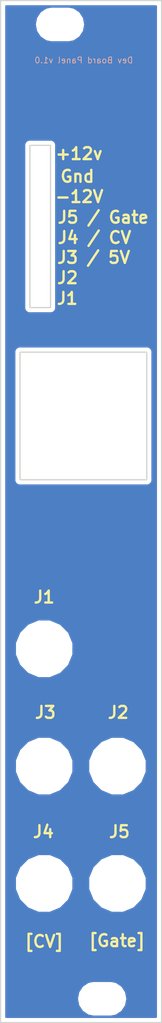
<source format=kicad_pcb>
(kicad_pcb (version 20171130) (host pcbnew "(5.0.1)-4")

  (general
    (thickness 1.6)
    (drawings 36)
    (tracks 0)
    (zones 0)
    (modules 7)
    (nets 1)
  )

  (page A4)
  (layers
    (0 F.Cu signal)
    (31 B.Cu signal)
    (32 B.Adhes user)
    (33 F.Adhes user)
    (34 B.Paste user)
    (35 F.Paste user)
    (36 B.SilkS user)
    (37 F.SilkS user)
    (38 B.Mask user)
    (39 F.Mask user)
    (40 Dwgs.User user)
    (41 Cmts.User user)
    (42 Eco1.User user hide)
    (43 Eco2.User user)
    (44 Edge.Cuts user)
    (45 Margin user)
    (46 B.CrtYd user)
    (47 F.CrtYd user)
    (48 B.Fab user)
    (49 F.Fab user)
  )

  (setup
    (last_trace_width 0.25)
    (trace_clearance 0.2)
    (zone_clearance 0.508)
    (zone_45_only no)
    (trace_min 0.2)
    (segment_width 0.2)
    (edge_width 0.15)
    (via_size 0.8)
    (via_drill 0.4)
    (via_min_size 0.4)
    (via_min_drill 0.3)
    (uvia_size 0.3)
    (uvia_drill 0.1)
    (uvias_allowed no)
    (uvia_min_size 0.2)
    (uvia_min_drill 0.1)
    (pcb_text_width 0.3)
    (pcb_text_size 1.5 1.5)
    (mod_edge_width 0.15)
    (mod_text_size 1 1)
    (mod_text_width 0.15)
    (pad_size 5 3.2)
    (pad_drill 5)
    (pad_to_mask_clearance 0.051)
    (solder_mask_min_width 0.25)
    (aux_axis_origin 0 0)
    (visible_elements 7FF9F7FF)
    (pcbplotparams
      (layerselection 0x010f0_ffffffff)
      (usegerberextensions false)
      (usegerberattributes false)
      (usegerberadvancedattributes false)
      (creategerberjobfile false)
      (excludeedgelayer true)
      (linewidth 0.100000)
      (plotframeref false)
      (viasonmask false)
      (mode 1)
      (useauxorigin false)
      (hpglpennumber 1)
      (hpglpenspeed 20)
      (hpglpendiameter 15.000000)
      (psnegative false)
      (psa4output false)
      (plotreference true)
      (plotvalue true)
      (plotinvisibletext false)
      (padsonsilk false)
      (subtractmaskfromsilk false)
      (outputformat 1)
      (mirror false)
      (drillshape 0)
      (scaleselection 1)
      (outputdirectory "DevBoard_Panel_Gerbers/"))
  )

  (net 0 "")

  (net_class Default "This is the default net class."
    (clearance 0.2)
    (trace_width 0.25)
    (via_dia 0.8)
    (via_drill 0.4)
    (uvia_dia 0.3)
    (uvia_drill 0.1)
  )

  (module Custom_Footprints:Thonkiconn_Socket_6.1mm (layer F.Cu) (tedit 5C0560E1) (tstamp 5BF97353)
    (at 55.5 131.5)
    (descr "Mounting Hole 6mm, no annular")
    (tags "mounting hole 6mm no annular")
    (fp_text reference "" (at 0 -7) (layer F.SilkS) hide
      (effects (font (size 1 1) (thickness 0.15)))
    )
    (fp_text value Thonkiconn_Socket_6.1mm (at 0 5.825) (layer F.Fab)
      (effects (font (size 1 1) (thickness 0.15)))
    )
    (fp_circle (center 0 0) (end 4.5 0) (layer F.CrtYd) (width 0.05))
    (pad "" np_thru_hole circle (at 0 0) (size 6.1 6.1) (drill 6.1) (layers *.Cu *.Mask F.SilkS))
  )

  (module Custom_Footprints:Thonkiconn_Socket_6.1mm (layer F.Cu) (tedit 5C0560E1) (tstamp 5BF9736D)
    (at 55.5 146.3)
    (descr "Mounting Hole 6mm, no annular")
    (tags "mounting hole 6mm no annular")
    (fp_text reference "" (at 0 -7) (layer F.SilkS) hide
      (effects (font (size 1 1) (thickness 0.15)))
    )
    (fp_text value Thonkiconn_Socket_6.1mm (at 0 5.825) (layer F.Fab)
      (effects (font (size 1 1) (thickness 0.15)))
    )
    (fp_circle (center 0 0) (end 4.5 0) (layer F.CrtYd) (width 0.05))
    (pad "" np_thru_hole circle (at 0 0) (size 6.1 6.1) (drill 6.1) (layers *.Cu *.Mask F.SilkS))
  )

  (module Custom_Footprints:Thonkiconn_Socket_6.1mm (layer F.Cu) (tedit 5C0560E1) (tstamp 5BF9737A)
    (at 55.5 161)
    (descr "Mounting Hole 6mm, no annular")
    (tags "mounting hole 6mm no annular")
    (fp_text reference "" (at 0 -7) (layer F.SilkS) hide
      (effects (font (size 1 1) (thickness 0.15)))
    )
    (fp_text value Thonkiconn_Socket_6.1mm (at 0 5.825) (layer F.Fab)
      (effects (font (size 1 1) (thickness 0.15)))
    )
    (fp_circle (center 0 0) (end 4.5 0) (layer F.CrtYd) (width 0.05))
    (pad "" np_thru_hole circle (at 0 0) (size 6.1 6.1) (drill 6.1) (layers *.Cu *.Mask F.SilkS))
  )

  (module Custom_Footprints:Thonkiconn_Socket_6.1mm (layer F.Cu) (tedit 5C0560E1) (tstamp 5BF97387)
    (at 64.75 146.25)
    (descr "Mounting Hole 6mm, no annular")
    (tags "mounting hole 6mm no annular")
    (fp_text reference "" (at 0 -7) (layer F.SilkS) hide
      (effects (font (size 1 1) (thickness 0.15)))
    )
    (fp_text value Thonkiconn_Socket_6.1mm (at 0 5.825) (layer F.Fab)
      (effects (font (size 1 1) (thickness 0.15)))
    )
    (fp_circle (center 0 0) (end 4.5 0) (layer F.CrtYd) (width 0.05))
    (pad "" np_thru_hole circle (at 0 0) (size 6.1 6.1) (drill 6.1) (layers *.Cu *.Mask F.SilkS))
  )

  (module Custom_Footprints:Thonkiconn_Socket_6.1mm (layer F.Cu) (tedit 5C0560E1) (tstamp 5BF97394)
    (at 64.75 161)
    (descr "Mounting Hole 6mm, no annular")
    (tags "mounting hole 6mm no annular")
    (fp_text reference "" (at 0 -7) (layer F.SilkS) hide
      (effects (font (size 1 1) (thickness 0.15)))
    )
    (fp_text value Thonkiconn_Socket_6.1mm (at 0 5.825) (layer F.Fab)
      (effects (font (size 1 1) (thickness 0.15)))
    )
    (fp_circle (center 0 0) (end 4.5 0) (layer F.CrtYd) (width 0.05))
    (pad "" np_thru_hole circle (at 0 0) (size 6.1 6.1) (drill 6.1) (layers *.Cu *.Mask F.SilkS))
  )

  (module PlayDice:Oval_Mounting_Hole (layer F.Cu) (tedit 5BF49B39) (tstamp 5BF97E36)
    (at 57.5 53)
    (descr "Mounting Hole 6mm, no annular")
    (tags "mounting hole 6mm no annular")
    (fp_text reference Ref** (at 0 -3.5) (layer F.SilkS) hide
      (effects (font (size 1 1) (thickness 0.15)))
    )
    (fp_text value Oval_Mounting_Hole (at 0 3.5) (layer F.Fab)
      (effects (font (size 1 1) (thickness 0.15)))
    )
    (fp_circle (center 0 0) (end 1.54 0) (layer Cmts.User) (width 0.15))
    (fp_circle (center 0 0) (end 2 0) (layer F.CrtYd) (width 0.05))
    (pad "" np_thru_hole oval (at 0 0) (size 5 3.2) (drill oval 5 3.2) (layers *.Cu *.Mask))
  )

  (module PlayDice:Oval_Mounting_Hole (layer F.Cu) (tedit 5BF49B39) (tstamp 5BF97E9A)
    (at 62.82 175.5)
    (descr "Mounting Hole 6mm, no annular")
    (tags "mounting hole 6mm no annular")
    (fp_text reference Ref** (at 0 -3.5) (layer F.SilkS) hide
      (effects (font (size 1 1) (thickness 0.15)))
    )
    (fp_text value Oval_Mounting_Hole (at 0 3.5) (layer F.Fab)
      (effects (font (size 1 1) (thickness 0.15)))
    )
    (fp_circle (center 0 0) (end 1.54 0) (layer Cmts.User) (width 0.15))
    (fp_circle (center 0 0) (end 2 0) (layer F.CrtYd) (width 0.05))
    (pad "" np_thru_hole oval (at 0 0) (size 5 3.2) (drill oval 5 3.2) (layers *.Cu *.Mask))
  )

  (gr_text [Gate] (at 64.7 168.2) (layer F.SilkS) (tstamp 5C0543E2)
    (effects (font (size 1.5 1.5) (thickness 0.3)))
  )
  (gr_text [CV] (at 55.5 168.3) (layer F.SilkS) (tstamp 5C0543D7)
    (effects (font (size 1.5 1.5) (thickness 0.3)))
  )
  (gr_text "Dev Board Panel v1.0" (at 60.5 57.5) (layer B.SilkS)
    (effects (font (size 0.75 0.75) (thickness 0.1)) (justify mirror))
  )
  (gr_text J5 (at 65 154.5) (layer F.SilkS)
    (effects (font (size 1.5 1.5) (thickness 0.3)))
  )
  (gr_text J4 (at 55.4 154.5) (layer F.SilkS)
    (effects (font (size 1.5 1.5) (thickness 0.3)))
  )
  (gr_text J2 (at 64.85 139.5) (layer F.SilkS)
    (effects (font (size 1.5 1.5) (thickness 0.3)))
  )
  (gr_text J3 (at 55.65 139.5) (layer F.SilkS)
    (effects (font (size 1.5 1.5) (thickness 0.3)))
  )
  (gr_text J1 (at 55.5 125) (layer F.SilkS)
    (effects (font (size 1.5 1.5) (thickness 0.3)))
  )
  (gr_text J1 (at 58.42 87.45) (layer F.SilkS)
    (effects (font (size 1.5 1.5) (thickness 0.3)))
  )
  (gr_text J2 (at 58.45 84.85) (layer F.SilkS)
    (effects (font (size 1.5 1.5) (thickness 0.3)))
  )
  (gr_text "J3 / 5V" (at 61.75 82.3) (layer F.SilkS)
    (effects (font (size 1.5 1.5) (thickness 0.3)))
  )
  (gr_text "J4 / CV" (at 61.85 79.8) (layer F.SilkS)
    (effects (font (size 1.5 1.5) (thickness 0.3)))
  )
  (gr_text "J5 / Gate" (at 62.95 77.25) (layer F.SilkS)
    (effects (font (size 1.5 1.5) (thickness 0.3)))
  )
  (gr_text -12V (at 59.944 74.65) (layer F.SilkS)
    (effects (font (size 1.5 1.5) (thickness 0.3)))
  )
  (gr_text Gnd (at 59.69 72.1) (layer F.SilkS)
    (effects (font (size 1.5 1.5) (thickness 0.3)))
  )
  (gr_text +12v (at 59.9 69.25) (layer F.SilkS)
    (effects (font (size 1.5 1.5) (thickness 0.3)))
  )
  (gr_line (start 52.45 94.2) (end 52.45 110.2) (layer Edge.Cuts) (width 0.15))
  (gr_line (start 52.45 110.25) (end 68.45 110.25) (layer Edge.Cuts) (width 0.15))
  (gr_line (start 68.45 94.2) (end 68.45 110.2) (layer Edge.Cuts) (width 0.15))
  (gr_line (start 52.45 94.2) (end 68.45 94.2) (layer Edge.Cuts) (width 0.15))
  (gr_line (start 53.7 88.6) (end 53.7 68.2) (layer Edge.Cuts) (width 0.15))
  (gr_line (start 56.3 88.6) (end 53.7 88.6) (layer Edge.Cuts) (width 0.15))
  (gr_line (start 56.3 68.2) (end 56.3 88.6) (layer Edge.Cuts) (width 0.15))
  (gr_line (start 53.7 68.2) (end 56.3 68.2) (layer Edge.Cuts) (width 0.15))
  (gr_line (start 50 178.5) (end 50 50) (layer Edge.Cuts) (width 0.15))
  (gr_line (start 70.32 178.5) (end 50 178.5) (layer Edge.Cuts) (width 0.15))
  (gr_line (start 70.32 50) (end 70.32 178.5) (layer Edge.Cuts) (width 0.15))
  (gr_line (start 50 50) (end 70.32 50) (layer Edge.Cuts) (width 0.15))
  (gr_line (start 69.5 59.25) (end 69.5 169.25) (layer Eco1.User) (width 0.2) (tstamp 5BF8619D))
  (gr_line (start 50.7015 59.25) (end 50.7015 169.25) (layer Eco1.User) (width 0.2) (tstamp 5BF8619C))
  (gr_line (start 50.7015 59.25) (end 69.5 59.25) (layer Eco1.User) (width 0.2) (tstamp 5BF8619B))
  (gr_line (start 50.7015 169.25) (end 69.5 169.25) (layer Eco1.User) (width 0.2) (tstamp 5BF8619A))
  (gr_line (start 50 50) (end 50 178.5) (layer Eco1.User) (width 0.2))
  (gr_line (start 50 178.5) (end 70.32 178.5) (layer Eco1.User) (width 0.2))
  (gr_line (start 70.32 50) (end 70.32 178.5) (layer Eco1.User) (width 0.2))
  (gr_line (start 50 50) (end 70.32 50) (layer Eco1.User) (width 0.2))

  (zone (net 0) (net_name "") (layer B.Cu) (tstamp 5C055578) (hatch edge 0.508)
    (connect_pads (clearance 0.508))
    (min_thickness 0.254)
    (fill yes (arc_segments 16) (thermal_gap 0.508) (thermal_bridge_width 0.508))
    (polygon
      (pts
        (xy 50.2 50.2) (xy 70.1 50.3) (xy 70.2 178.4) (xy 50.2 178.3)
      )
    )
    (filled_polygon
      (pts
        (xy 69.610001 177.79) (xy 50.71 177.79) (xy 50.71 175.5) (xy 59.641214 175.5) (xy 59.814676 176.372054)
        (xy 60.308655 177.111345) (xy 61.047946 177.605324) (xy 61.699872 177.735) (xy 63.940128 177.735) (xy 64.592054 177.605324)
        (xy 65.331345 177.111345) (xy 65.825324 176.372054) (xy 65.998786 175.5) (xy 65.825324 174.627946) (xy 65.331345 173.888655)
        (xy 64.592054 173.394676) (xy 63.940128 173.265) (xy 61.699872 173.265) (xy 61.047946 173.394676) (xy 60.308655 173.888655)
        (xy 59.814676 174.627946) (xy 59.641214 175.5) (xy 50.71 175.5) (xy 50.71 161.712854) (xy 51.811052 161.712854)
        (xy 51.815 161.722535) (xy 51.815 161.732992) (xy 52.091686 162.40097) (xy 52.364654 163.070291) (xy 52.375898 163.087119)
        (xy 52.376008 163.087385) (xy 52.376212 163.087589) (xy 52.387455 163.104416) (xy 52.407883 163.11926) (xy 53.38074 164.092117)
        (xy 53.395584 164.112545) (xy 53.405222 164.116599) (xy 53.412615 164.123992) (xy 54.080532 164.400652) (xy 54.746892 164.680941)
        (xy 54.757347 164.680998) (xy 54.767008 164.685) (xy 55.490034 164.685) (xy 56.212854 164.688948) (xy 56.222535 164.685)
        (xy 56.232992 164.685) (xy 56.90097 164.408314) (xy 57.570291 164.135346) (xy 57.587119 164.124102) (xy 57.587385 164.123992)
        (xy 57.587589 164.123788) (xy 57.604416 164.112545) (xy 57.61926 164.092117) (xy 58.592117 163.11926) (xy 58.612545 163.104416)
        (xy 58.616599 163.094778) (xy 58.623992 163.087385) (xy 58.900652 162.419468) (xy 59.180941 161.753108) (xy 59.180998 161.742653)
        (xy 59.185 161.732992) (xy 59.185 161.712854) (xy 61.061052 161.712854) (xy 61.065 161.722535) (xy 61.065 161.732992)
        (xy 61.341686 162.40097) (xy 61.614654 163.070291) (xy 61.625898 163.087119) (xy 61.626008 163.087385) (xy 61.626212 163.087589)
        (xy 61.637455 163.104416) (xy 61.657883 163.11926) (xy 62.63074 164.092117) (xy 62.645584 164.112545) (xy 62.655222 164.116599)
        (xy 62.662615 164.123992) (xy 63.330532 164.400652) (xy 63.996892 164.680941) (xy 64.007347 164.680998) (xy 64.017008 164.685)
        (xy 64.740034 164.685) (xy 65.462854 164.688948) (xy 65.472535 164.685) (xy 65.482992 164.685) (xy 66.15097 164.408314)
        (xy 66.820291 164.135346) (xy 66.837119 164.124102) (xy 66.837385 164.123992) (xy 66.837589 164.123788) (xy 66.854416 164.112545)
        (xy 66.86926 164.092117) (xy 67.842117 163.11926) (xy 67.862545 163.104416) (xy 67.866599 163.094778) (xy 67.873992 163.087385)
        (xy 68.150652 162.419468) (xy 68.430941 161.753108) (xy 68.430998 161.742653) (xy 68.435 161.732992) (xy 68.435 161.009966)
        (xy 68.438948 160.287146) (xy 68.435 160.277465) (xy 68.435 160.267008) (xy 68.158314 159.59903) (xy 67.885346 158.929709)
        (xy 67.874102 158.912881) (xy 67.873992 158.912615) (xy 67.873788 158.912411) (xy 67.862545 158.895584) (xy 67.842117 158.88074)
        (xy 66.86926 157.907883) (xy 66.854416 157.887455) (xy 66.844778 157.883401) (xy 66.837385 157.876008) (xy 66.169468 157.599348)
        (xy 65.503108 157.319059) (xy 65.492653 157.319002) (xy 65.482992 157.315) (xy 64.759966 157.315) (xy 64.037146 157.311052)
        (xy 64.027465 157.315) (xy 64.017008 157.315) (xy 63.34903 157.591686) (xy 62.679709 157.864654) (xy 62.662881 157.875898)
        (xy 62.662615 157.876008) (xy 62.662411 157.876212) (xy 62.645584 157.887455) (xy 62.63074 157.907883) (xy 61.657883 158.88074)
        (xy 61.637455 158.895584) (xy 61.633401 158.905222) (xy 61.626008 158.912615) (xy 61.349348 159.580532) (xy 61.069059 160.246892)
        (xy 61.069002 160.257347) (xy 61.065 160.267008) (xy 61.065 160.990034) (xy 61.061052 161.712854) (xy 59.185 161.712854)
        (xy 59.185 161.009966) (xy 59.188948 160.287146) (xy 59.185 160.277465) (xy 59.185 160.267008) (xy 58.908314 159.59903)
        (xy 58.635346 158.929709) (xy 58.624102 158.912881) (xy 58.623992 158.912615) (xy 58.623788 158.912411) (xy 58.612545 158.895584)
        (xy 58.592117 158.88074) (xy 57.61926 157.907883) (xy 57.604416 157.887455) (xy 57.594778 157.883401) (xy 57.587385 157.876008)
        (xy 56.919468 157.599348) (xy 56.253108 157.319059) (xy 56.242653 157.319002) (xy 56.232992 157.315) (xy 55.509966 157.315)
        (xy 54.787146 157.311052) (xy 54.777465 157.315) (xy 54.767008 157.315) (xy 54.09903 157.591686) (xy 53.429709 157.864654)
        (xy 53.412881 157.875898) (xy 53.412615 157.876008) (xy 53.412411 157.876212) (xy 53.395584 157.887455) (xy 53.38074 157.907883)
        (xy 52.407883 158.88074) (xy 52.387455 158.895584) (xy 52.383401 158.905222) (xy 52.376008 158.912615) (xy 52.099348 159.580532)
        (xy 51.819059 160.246892) (xy 51.819002 160.257347) (xy 51.815 160.267008) (xy 51.815 160.990034) (xy 51.811052 161.712854)
        (xy 50.71 161.712854) (xy 50.71 146.962854) (xy 51.811052 146.962854) (xy 51.815 146.972535) (xy 51.815 146.982992)
        (xy 52.091686 147.65097) (xy 52.364654 148.320291) (xy 52.375898 148.337119) (xy 52.376008 148.337385) (xy 52.376212 148.337589)
        (xy 52.387455 148.354416) (xy 52.407883 148.36926) (xy 53.38074 149.342117) (xy 53.395584 149.362545) (xy 53.405222 149.366599)
        (xy 53.412615 149.373992) (xy 54.080532 149.650652) (xy 54.746892 149.930941) (xy 54.757347 149.930998) (xy 54.767008 149.935)
        (xy 55.490034 149.935) (xy 56.212854 149.938948) (xy 56.222535 149.935) (xy 56.232992 149.935) (xy 56.90097 149.658314)
        (xy 57.570291 149.385346) (xy 57.587119 149.374102) (xy 57.587385 149.373992) (xy 57.587589 149.373788) (xy 57.604416 149.362545)
        (xy 57.61926 149.342117) (xy 58.592117 148.36926) (xy 58.612545 148.354416) (xy 58.616599 148.344778) (xy 58.623992 148.337385)
        (xy 58.900652 147.669468) (xy 59.180941 147.003108) (xy 59.180998 146.992653) (xy 59.185 146.982992) (xy 59.185 146.962854)
        (xy 61.061052 146.962854) (xy 61.065 146.972535) (xy 61.065 146.982992) (xy 61.341686 147.65097) (xy 61.614654 148.320291)
        (xy 61.625898 148.337119) (xy 61.626008 148.337385) (xy 61.626212 148.337589) (xy 61.637455 148.354416) (xy 61.657883 148.36926)
        (xy 62.63074 149.342117) (xy 62.645584 149.362545) (xy 62.655222 149.366599) (xy 62.662615 149.373992) (xy 63.330532 149.650652)
        (xy 63.996892 149.930941) (xy 64.007347 149.930998) (xy 64.017008 149.935) (xy 64.740034 149.935) (xy 65.462854 149.938948)
        (xy 65.472535 149.935) (xy 65.482992 149.935) (xy 66.15097 149.658314) (xy 66.820291 149.385346) (xy 66.837119 149.374102)
        (xy 66.837385 149.373992) (xy 66.837589 149.373788) (xy 66.854416 149.362545) (xy 66.86926 149.342117) (xy 67.842117 148.36926)
        (xy 67.862545 148.354416) (xy 67.866599 148.344778) (xy 67.873992 148.337385) (xy 68.150652 147.669468) (xy 68.430941 147.003108)
        (xy 68.430998 146.992653) (xy 68.435 146.982992) (xy 68.435 146.259966) (xy 68.438948 145.537146) (xy 68.435 145.527465)
        (xy 68.435 145.517008) (xy 68.158314 144.84903) (xy 67.885346 144.179709) (xy 67.874102 144.162881) (xy 67.873992 144.162615)
        (xy 67.873788 144.162411) (xy 67.862545 144.145584) (xy 67.842117 144.13074) (xy 66.86926 143.157883) (xy 66.854416 143.137455)
        (xy 66.844778 143.133401) (xy 66.837385 143.126008) (xy 66.169468 142.849348) (xy 65.503108 142.569059) (xy 65.492653 142.569002)
        (xy 65.482992 142.565) (xy 64.759966 142.565) (xy 64.037146 142.561052) (xy 64.027465 142.565) (xy 64.017008 142.565)
        (xy 63.34903 142.841686) (xy 62.679709 143.114654) (xy 62.662881 143.125898) (xy 62.662615 143.126008) (xy 62.662411 143.126212)
        (xy 62.645584 143.137455) (xy 62.63074 143.157883) (xy 61.657883 144.13074) (xy 61.637455 144.145584) (xy 61.633401 144.155222)
        (xy 61.626008 144.162615) (xy 61.349348 144.830532) (xy 61.069059 145.496892) (xy 61.069002 145.507347) (xy 61.065 145.517008)
        (xy 61.065 146.240034) (xy 61.061052 146.962854) (xy 59.185 146.962854) (xy 59.185 146.259966) (xy 59.188948 145.537146)
        (xy 59.185 145.527465) (xy 59.185 145.517008) (xy 58.908314 144.84903) (xy 58.635346 144.179709) (xy 58.624102 144.162881)
        (xy 58.623992 144.162615) (xy 58.623788 144.162411) (xy 58.612545 144.145584) (xy 58.592117 144.13074) (xy 57.61926 143.157883)
        (xy 57.604416 143.137455) (xy 57.594778 143.133401) (xy 57.587385 143.126008) (xy 56.919468 142.849348) (xy 56.253108 142.569059)
        (xy 56.242653 142.569002) (xy 56.232992 142.565) (xy 55.509966 142.565) (xy 54.787146 142.561052) (xy 54.777465 142.565)
        (xy 54.767008 142.565) (xy 54.09903 142.841686) (xy 53.429709 143.114654) (xy 53.412881 143.125898) (xy 53.412615 143.126008)
        (xy 53.412411 143.126212) (xy 53.395584 143.137455) (xy 53.38074 143.157883) (xy 52.407883 144.13074) (xy 52.387455 144.145584)
        (xy 52.383401 144.155222) (xy 52.376008 144.162615) (xy 52.099348 144.830532) (xy 51.819059 145.496892) (xy 51.819002 145.507347)
        (xy 51.815 145.517008) (xy 51.815 146.240034) (xy 51.811052 146.962854) (xy 50.71 146.962854) (xy 50.71 132.212854)
        (xy 51.811052 132.212854) (xy 51.815 132.222535) (xy 51.815 132.232992) (xy 52.091686 132.90097) (xy 52.364654 133.570291)
        (xy 52.375898 133.587119) (xy 52.376008 133.587385) (xy 52.376212 133.587589) (xy 52.387455 133.604416) (xy 52.407883 133.61926)
        (xy 53.38074 134.592117) (xy 53.395584 134.612545) (xy 53.405222 134.616599) (xy 53.412615 134.623992) (xy 54.080532 134.900652)
        (xy 54.746892 135.180941) (xy 54.757347 135.180998) (xy 54.767008 135.185) (xy 55.490034 135.185) (xy 56.212854 135.188948)
        (xy 56.222535 135.185) (xy 56.232992 135.185) (xy 56.90097 134.908314) (xy 57.570291 134.635346) (xy 57.587119 134.624102)
        (xy 57.587385 134.623992) (xy 57.587589 134.623788) (xy 57.604416 134.612545) (xy 57.61926 134.592117) (xy 58.592117 133.61926)
        (xy 58.612545 133.604416) (xy 58.616599 133.594778) (xy 58.623992 133.587385) (xy 58.900652 132.919468) (xy 59.180941 132.253108)
        (xy 59.180998 132.242653) (xy 59.185 132.232992) (xy 59.185 131.509966) (xy 59.188948 130.787146) (xy 59.185 130.777465)
        (xy 59.185 130.767008) (xy 58.908314 130.09903) (xy 58.635346 129.429709) (xy 58.624102 129.412881) (xy 58.623992 129.412615)
        (xy 58.623788 129.412411) (xy 58.612545 129.395584) (xy 58.592117 129.38074) (xy 57.61926 128.407883) (xy 57.604416 128.387455)
        (xy 57.594778 128.383401) (xy 57.587385 128.376008) (xy 56.919468 128.099348) (xy 56.253108 127.819059) (xy 56.242653 127.819002)
        (xy 56.232992 127.815) (xy 55.509966 127.815) (xy 54.787146 127.811052) (xy 54.777465 127.815) (xy 54.767008 127.815)
        (xy 54.09903 128.091686) (xy 53.429709 128.364654) (xy 53.412881 128.375898) (xy 53.412615 128.376008) (xy 53.412411 128.376212)
        (xy 53.395584 128.387455) (xy 53.38074 128.407883) (xy 52.407883 129.38074) (xy 52.387455 129.395584) (xy 52.383401 129.405222)
        (xy 52.376008 129.412615) (xy 52.099348 130.080532) (xy 51.819059 130.746892) (xy 51.819002 130.757347) (xy 51.815 130.767008)
        (xy 51.815 131.490034) (xy 51.811052 132.212854) (xy 50.71 132.212854) (xy 50.71 94.2) (xy 51.726091 94.2)
        (xy 51.74 94.269926) (xy 51.740001 110.180069) (xy 51.726091 110.25) (xy 51.781195 110.527028) (xy 51.938119 110.761881)
        (xy 52.172972 110.918805) (xy 52.380074 110.96) (xy 68.519926 110.96) (xy 68.727028 110.918805) (xy 68.961881 110.761881)
        (xy 69.066421 110.605426) (xy 69.089803 110.589803) (xy 69.117333 110.548601) (xy 69.127 110.5) (xy 69.127 110.485829)
        (xy 69.173909 110.25) (xy 69.16 110.180074) (xy 69.16 94.269926) (xy 69.173909 94.2) (xy 69.118805 93.922972)
        (xy 68.961881 93.688119) (xy 68.727028 93.531195) (xy 68.519926 93.49) (xy 68.519925 93.49) (xy 68.45 93.476091)
        (xy 68.380074 93.49) (xy 52.519925 93.49) (xy 52.45 93.476091) (xy 52.380074 93.49) (xy 52.172972 93.531195)
        (xy 51.938119 93.688119) (xy 51.781195 93.922972) (xy 51.726091 94.2) (xy 50.71 94.2) (xy 50.71 68.2)
        (xy 52.976091 68.2) (xy 52.990001 68.269931) (xy 52.99 88.530074) (xy 52.976091 88.6) (xy 53.031195 88.877028)
        (xy 53.188119 89.111881) (xy 53.422972 89.268805) (xy 53.7 89.323909) (xy 53.769925 89.31) (xy 56.230075 89.31)
        (xy 56.3 89.323909) (xy 56.577028 89.268805) (xy 56.811881 89.111881) (xy 56.968805 88.877028) (xy 57.01 88.669926)
        (xy 57.01 88.669925) (xy 57.023909 88.6) (xy 57.01 88.530074) (xy 57.01 68.269926) (xy 57.023909 68.2)
        (xy 56.968805 67.922972) (xy 56.811881 67.688119) (xy 56.577028 67.531195) (xy 56.369926 67.49) (xy 56.369925 67.49)
        (xy 56.3 67.476091) (xy 56.230074 67.49) (xy 53.769926 67.49) (xy 53.7 67.476091) (xy 53.630075 67.49)
        (xy 53.630074 67.49) (xy 53.422972 67.531195) (xy 53.188119 67.688119) (xy 53.031195 67.922972) (xy 52.976091 68.2)
        (xy 50.71 68.2) (xy 50.71 53) (xy 54.321214 53) (xy 54.494676 53.872054) (xy 54.988655 54.611345)
        (xy 55.727946 55.105324) (xy 56.379872 55.235) (xy 58.620128 55.235) (xy 59.272054 55.105324) (xy 60.011345 54.611345)
        (xy 60.505324 53.872054) (xy 60.678786 53) (xy 60.505324 52.127946) (xy 60.011345 51.388655) (xy 59.272054 50.894676)
        (xy 58.620128 50.765) (xy 56.379872 50.765) (xy 55.727946 50.894676) (xy 54.988655 51.388655) (xy 54.494676 52.127946)
        (xy 54.321214 53) (xy 50.71 53) (xy 50.71 50.71) (xy 69.61 50.71)
      )
    )
  )
  (zone (net 0) (net_name "") (layers F&B.Cu) (tstamp 0) (hatch edge 0.508)
    (connect_pads (clearance 0.508))
    (min_thickness 0.254)
    (keepout (tracks not_allowed) (vias not_allowed) (copperpour not_allowed))
    (fill (arc_segments 16) (thermal_gap 0.508) (thermal_bridge_width 0.508))
    (polygon
      (pts
        (xy 53.5 68) (xy 56.5 68) (xy 56.5 89) (xy 53.5 89)
      )
    )
  )
  (zone (net 0) (net_name "") (layers F&B.Cu) (tstamp 0) (hatch edge 0.508)
    (connect_pads (clearance 0.508))
    (min_thickness 0.254)
    (keepout (tracks not_allowed) (vias not_allowed) (copperpour not_allowed))
    (fill (arc_segments 16) (thermal_gap 0.508) (thermal_bridge_width 0.508))
    (polygon
      (pts
        (xy 52 94) (xy 69 94) (xy 69 110.5) (xy 52 110.5)
      )
    )
  )
  (zone (net 0) (net_name "") (layer F.Cu) (tstamp 5C055575) (hatch edge 0.508)
    (connect_pads (clearance 0.508))
    (min_thickness 0.254)
    (fill yes (arc_segments 16) (thermal_gap 0.508) (thermal_bridge_width 0.508))
    (polygon
      (pts
        (xy 70.25 50) (xy 50 50) (xy 50 178.5) (xy 70.25 178.5)
      )
    )
    (filled_polygon
      (pts
        (xy 69.610001 177.79) (xy 50.71 177.79) (xy 50.71 175.5) (xy 59.641214 175.5) (xy 59.814676 176.372054)
        (xy 60.308655 177.111345) (xy 61.047946 177.605324) (xy 61.699872 177.735) (xy 63.940128 177.735) (xy 64.592054 177.605324)
        (xy 65.331345 177.111345) (xy 65.825324 176.372054) (xy 65.998786 175.5) (xy 65.825324 174.627946) (xy 65.331345 173.888655)
        (xy 64.592054 173.394676) (xy 63.940128 173.265) (xy 61.699872 173.265) (xy 61.047946 173.394676) (xy 60.308655 173.888655)
        (xy 59.814676 174.627946) (xy 59.641214 175.5) (xy 50.71 175.5) (xy 50.71 161.712854) (xy 51.811052 161.712854)
        (xy 51.815 161.722535) (xy 51.815 161.732992) (xy 52.091686 162.40097) (xy 52.364654 163.070291) (xy 52.375898 163.087119)
        (xy 52.376008 163.087385) (xy 52.376212 163.087589) (xy 52.387455 163.104416) (xy 52.407883 163.11926) (xy 53.38074 164.092117)
        (xy 53.395584 164.112545) (xy 53.405222 164.116599) (xy 53.412615 164.123992) (xy 54.080532 164.400652) (xy 54.746892 164.680941)
        (xy 54.757347 164.680998) (xy 54.767008 164.685) (xy 55.490034 164.685) (xy 56.212854 164.688948) (xy 56.222535 164.685)
        (xy 56.232992 164.685) (xy 56.90097 164.408314) (xy 57.570291 164.135346) (xy 57.587119 164.124102) (xy 57.587385 164.123992)
        (xy 57.587589 164.123788) (xy 57.604416 164.112545) (xy 57.61926 164.092117) (xy 58.592117 163.11926) (xy 58.612545 163.104416)
        (xy 58.616599 163.094778) (xy 58.623992 163.087385) (xy 58.900652 162.419468) (xy 59.180941 161.753108) (xy 59.180998 161.742653)
        (xy 59.185 161.732992) (xy 59.185 161.712854) (xy 61.061052 161.712854) (xy 61.065 161.722535) (xy 61.065 161.732992)
        (xy 61.341686 162.40097) (xy 61.614654 163.070291) (xy 61.625898 163.087119) (xy 61.626008 163.087385) (xy 61.626212 163.087589)
        (xy 61.637455 163.104416) (xy 61.657883 163.11926) (xy 62.63074 164.092117) (xy 62.645584 164.112545) (xy 62.655222 164.116599)
        (xy 62.662615 164.123992) (xy 63.330532 164.400652) (xy 63.996892 164.680941) (xy 64.007347 164.680998) (xy 64.017008 164.685)
        (xy 64.740034 164.685) (xy 65.462854 164.688948) (xy 65.472535 164.685) (xy 65.482992 164.685) (xy 66.15097 164.408314)
        (xy 66.820291 164.135346) (xy 66.837119 164.124102) (xy 66.837385 164.123992) (xy 66.837589 164.123788) (xy 66.854416 164.112545)
        (xy 66.86926 164.092117) (xy 67.842117 163.11926) (xy 67.862545 163.104416) (xy 67.866599 163.094778) (xy 67.873992 163.087385)
        (xy 68.150652 162.419468) (xy 68.430941 161.753108) (xy 68.430998 161.742653) (xy 68.435 161.732992) (xy 68.435 161.009966)
        (xy 68.438948 160.287146) (xy 68.435 160.277465) (xy 68.435 160.267008) (xy 68.158314 159.59903) (xy 67.885346 158.929709)
        (xy 67.874102 158.912881) (xy 67.873992 158.912615) (xy 67.873788 158.912411) (xy 67.862545 158.895584) (xy 67.842117 158.88074)
        (xy 66.86926 157.907883) (xy 66.854416 157.887455) (xy 66.844778 157.883401) (xy 66.837385 157.876008) (xy 66.169468 157.599348)
        (xy 65.503108 157.319059) (xy 65.492653 157.319002) (xy 65.482992 157.315) (xy 64.759966 157.315) (xy 64.037146 157.311052)
        (xy 64.027465 157.315) (xy 64.017008 157.315) (xy 63.34903 157.591686) (xy 62.679709 157.864654) (xy 62.662881 157.875898)
        (xy 62.662615 157.876008) (xy 62.662411 157.876212) (xy 62.645584 157.887455) (xy 62.63074 157.907883) (xy 61.657883 158.88074)
        (xy 61.637455 158.895584) (xy 61.633401 158.905222) (xy 61.626008 158.912615) (xy 61.349348 159.580532) (xy 61.069059 160.246892)
        (xy 61.069002 160.257347) (xy 61.065 160.267008) (xy 61.065 160.990034) (xy 61.061052 161.712854) (xy 59.185 161.712854)
        (xy 59.185 161.009966) (xy 59.188948 160.287146) (xy 59.185 160.277465) (xy 59.185 160.267008) (xy 58.908314 159.59903)
        (xy 58.635346 158.929709) (xy 58.624102 158.912881) (xy 58.623992 158.912615) (xy 58.623788 158.912411) (xy 58.612545 158.895584)
        (xy 58.592117 158.88074) (xy 57.61926 157.907883) (xy 57.604416 157.887455) (xy 57.594778 157.883401) (xy 57.587385 157.876008)
        (xy 56.919468 157.599348) (xy 56.253108 157.319059) (xy 56.242653 157.319002) (xy 56.232992 157.315) (xy 55.509966 157.315)
        (xy 54.787146 157.311052) (xy 54.777465 157.315) (xy 54.767008 157.315) (xy 54.09903 157.591686) (xy 53.429709 157.864654)
        (xy 53.412881 157.875898) (xy 53.412615 157.876008) (xy 53.412411 157.876212) (xy 53.395584 157.887455) (xy 53.38074 157.907883)
        (xy 52.407883 158.88074) (xy 52.387455 158.895584) (xy 52.383401 158.905222) (xy 52.376008 158.912615) (xy 52.099348 159.580532)
        (xy 51.819059 160.246892) (xy 51.819002 160.257347) (xy 51.815 160.267008) (xy 51.815 160.990034) (xy 51.811052 161.712854)
        (xy 50.71 161.712854) (xy 50.71 146.962854) (xy 51.811052 146.962854) (xy 51.815 146.972535) (xy 51.815 146.982992)
        (xy 52.091686 147.65097) (xy 52.364654 148.320291) (xy 52.375898 148.337119) (xy 52.376008 148.337385) (xy 52.376212 148.337589)
        (xy 52.387455 148.354416) (xy 52.407883 148.36926) (xy 53.38074 149.342117) (xy 53.395584 149.362545) (xy 53.405222 149.366599)
        (xy 53.412615 149.373992) (xy 54.080532 149.650652) (xy 54.746892 149.930941) (xy 54.757347 149.930998) (xy 54.767008 149.935)
        (xy 55.490034 149.935) (xy 56.212854 149.938948) (xy 56.222535 149.935) (xy 56.232992 149.935) (xy 56.90097 149.658314)
        (xy 57.570291 149.385346) (xy 57.587119 149.374102) (xy 57.587385 149.373992) (xy 57.587589 149.373788) (xy 57.604416 149.362545)
        (xy 57.61926 149.342117) (xy 58.592117 148.36926) (xy 58.612545 148.354416) (xy 58.616599 148.344778) (xy 58.623992 148.337385)
        (xy 58.900652 147.669468) (xy 59.180941 147.003108) (xy 59.180998 146.992653) (xy 59.185 146.982992) (xy 59.185 146.962854)
        (xy 61.061052 146.962854) (xy 61.065 146.972535) (xy 61.065 146.982992) (xy 61.341686 147.65097) (xy 61.614654 148.320291)
        (xy 61.625898 148.337119) (xy 61.626008 148.337385) (xy 61.626212 148.337589) (xy 61.637455 148.354416) (xy 61.657883 148.36926)
        (xy 62.63074 149.342117) (xy 62.645584 149.362545) (xy 62.655222 149.366599) (xy 62.662615 149.373992) (xy 63.330532 149.650652)
        (xy 63.996892 149.930941) (xy 64.007347 149.930998) (xy 64.017008 149.935) (xy 64.740034 149.935) (xy 65.462854 149.938948)
        (xy 65.472535 149.935) (xy 65.482992 149.935) (xy 66.15097 149.658314) (xy 66.820291 149.385346) (xy 66.837119 149.374102)
        (xy 66.837385 149.373992) (xy 66.837589 149.373788) (xy 66.854416 149.362545) (xy 66.86926 149.342117) (xy 67.842117 148.36926)
        (xy 67.862545 148.354416) (xy 67.866599 148.344778) (xy 67.873992 148.337385) (xy 68.150652 147.669468) (xy 68.430941 147.003108)
        (xy 68.430998 146.992653) (xy 68.435 146.982992) (xy 68.435 146.259966) (xy 68.438948 145.537146) (xy 68.435 145.527465)
        (xy 68.435 145.517008) (xy 68.158314 144.84903) (xy 67.885346 144.179709) (xy 67.874102 144.162881) (xy 67.873992 144.162615)
        (xy 67.873788 144.162411) (xy 67.862545 144.145584) (xy 67.842117 144.13074) (xy 66.86926 143.157883) (xy 66.854416 143.137455)
        (xy 66.844778 143.133401) (xy 66.837385 143.126008) (xy 66.169468 142.849348) (xy 65.503108 142.569059) (xy 65.492653 142.569002)
        (xy 65.482992 142.565) (xy 64.759966 142.565) (xy 64.037146 142.561052) (xy 64.027465 142.565) (xy 64.017008 142.565)
        (xy 63.34903 142.841686) (xy 62.679709 143.114654) (xy 62.662881 143.125898) (xy 62.662615 143.126008) (xy 62.662411 143.126212)
        (xy 62.645584 143.137455) (xy 62.63074 143.157883) (xy 61.657883 144.13074) (xy 61.637455 144.145584) (xy 61.633401 144.155222)
        (xy 61.626008 144.162615) (xy 61.349348 144.830532) (xy 61.069059 145.496892) (xy 61.069002 145.507347) (xy 61.065 145.517008)
        (xy 61.065 146.240034) (xy 61.061052 146.962854) (xy 59.185 146.962854) (xy 59.185 146.259966) (xy 59.188948 145.537146)
        (xy 59.185 145.527465) (xy 59.185 145.517008) (xy 58.908314 144.84903) (xy 58.635346 144.179709) (xy 58.624102 144.162881)
        (xy 58.623992 144.162615) (xy 58.623788 144.162411) (xy 58.612545 144.145584) (xy 58.592117 144.13074) (xy 57.61926 143.157883)
        (xy 57.604416 143.137455) (xy 57.594778 143.133401) (xy 57.587385 143.126008) (xy 56.919468 142.849348) (xy 56.253108 142.569059)
        (xy 56.242653 142.569002) (xy 56.232992 142.565) (xy 55.509966 142.565) (xy 54.787146 142.561052) (xy 54.777465 142.565)
        (xy 54.767008 142.565) (xy 54.09903 142.841686) (xy 53.429709 143.114654) (xy 53.412881 143.125898) (xy 53.412615 143.126008)
        (xy 53.412411 143.126212) (xy 53.395584 143.137455) (xy 53.38074 143.157883) (xy 52.407883 144.13074) (xy 52.387455 144.145584)
        (xy 52.383401 144.155222) (xy 52.376008 144.162615) (xy 52.099348 144.830532) (xy 51.819059 145.496892) (xy 51.819002 145.507347)
        (xy 51.815 145.517008) (xy 51.815 146.240034) (xy 51.811052 146.962854) (xy 50.71 146.962854) (xy 50.71 132.212854)
        (xy 51.811052 132.212854) (xy 51.815 132.222535) (xy 51.815 132.232992) (xy 52.091686 132.90097) (xy 52.364654 133.570291)
        (xy 52.375898 133.587119) (xy 52.376008 133.587385) (xy 52.376212 133.587589) (xy 52.387455 133.604416) (xy 52.407883 133.61926)
        (xy 53.38074 134.592117) (xy 53.395584 134.612545) (xy 53.405222 134.616599) (xy 53.412615 134.623992) (xy 54.080532 134.900652)
        (xy 54.746892 135.180941) (xy 54.757347 135.180998) (xy 54.767008 135.185) (xy 55.490034 135.185) (xy 56.212854 135.188948)
        (xy 56.222535 135.185) (xy 56.232992 135.185) (xy 56.90097 134.908314) (xy 57.570291 134.635346) (xy 57.587119 134.624102)
        (xy 57.587385 134.623992) (xy 57.587589 134.623788) (xy 57.604416 134.612545) (xy 57.61926 134.592117) (xy 58.592117 133.61926)
        (xy 58.612545 133.604416) (xy 58.616599 133.594778) (xy 58.623992 133.587385) (xy 58.900652 132.919468) (xy 59.180941 132.253108)
        (xy 59.180998 132.242653) (xy 59.185 132.232992) (xy 59.185 131.509966) (xy 59.188948 130.787146) (xy 59.185 130.777465)
        (xy 59.185 130.767008) (xy 58.908314 130.09903) (xy 58.635346 129.429709) (xy 58.624102 129.412881) (xy 58.623992 129.412615)
        (xy 58.623788 129.412411) (xy 58.612545 129.395584) (xy 58.592117 129.38074) (xy 57.61926 128.407883) (xy 57.604416 128.387455)
        (xy 57.594778 128.383401) (xy 57.587385 128.376008) (xy 56.919468 128.099348) (xy 56.253108 127.819059) (xy 56.242653 127.819002)
        (xy 56.232992 127.815) (xy 55.509966 127.815) (xy 54.787146 127.811052) (xy 54.777465 127.815) (xy 54.767008 127.815)
        (xy 54.09903 128.091686) (xy 53.429709 128.364654) (xy 53.412881 128.375898) (xy 53.412615 128.376008) (xy 53.412411 128.376212)
        (xy 53.395584 128.387455) (xy 53.38074 128.407883) (xy 52.407883 129.38074) (xy 52.387455 129.395584) (xy 52.383401 129.405222)
        (xy 52.376008 129.412615) (xy 52.099348 130.080532) (xy 51.819059 130.746892) (xy 51.819002 130.757347) (xy 51.815 130.767008)
        (xy 51.815 131.490034) (xy 51.811052 132.212854) (xy 50.71 132.212854) (xy 50.71 94.2) (xy 51.726091 94.2)
        (xy 51.74 94.269926) (xy 51.740001 110.180069) (xy 51.726091 110.25) (xy 51.781195 110.527028) (xy 51.938119 110.761881)
        (xy 52.172972 110.918805) (xy 52.380074 110.96) (xy 68.519926 110.96) (xy 68.727028 110.918805) (xy 68.961881 110.761881)
        (xy 69.066421 110.605426) (xy 69.089803 110.589803) (xy 69.117333 110.548601) (xy 69.127 110.5) (xy 69.127 110.485829)
        (xy 69.173909 110.25) (xy 69.16 110.180074) (xy 69.16 94.269926) (xy 69.173909 94.2) (xy 69.118805 93.922972)
        (xy 68.961881 93.688119) (xy 68.727028 93.531195) (xy 68.519926 93.49) (xy 68.519925 93.49) (xy 68.45 93.476091)
        (xy 68.380074 93.49) (xy 52.519925 93.49) (xy 52.45 93.476091) (xy 52.380074 93.49) (xy 52.172972 93.531195)
        (xy 51.938119 93.688119) (xy 51.781195 93.922972) (xy 51.726091 94.2) (xy 50.71 94.2) (xy 50.71 68.2)
        (xy 52.976091 68.2) (xy 52.990001 68.269931) (xy 52.99 88.530074) (xy 52.976091 88.6) (xy 53.031195 88.877028)
        (xy 53.188119 89.111881) (xy 53.422972 89.268805) (xy 53.7 89.323909) (xy 53.769925 89.31) (xy 56.230075 89.31)
        (xy 56.3 89.323909) (xy 56.577028 89.268805) (xy 56.811881 89.111881) (xy 56.968805 88.877028) (xy 57.01 88.669926)
        (xy 57.01 88.669925) (xy 57.023909 88.6) (xy 57.01 88.530074) (xy 57.01 68.269926) (xy 57.023909 68.2)
        (xy 56.968805 67.922972) (xy 56.811881 67.688119) (xy 56.577028 67.531195) (xy 56.369926 67.49) (xy 56.369925 67.49)
        (xy 56.3 67.476091) (xy 56.230074 67.49) (xy 53.769926 67.49) (xy 53.7 67.476091) (xy 53.630075 67.49)
        (xy 53.630074 67.49) (xy 53.422972 67.531195) (xy 53.188119 67.688119) (xy 53.031195 67.922972) (xy 52.976091 68.2)
        (xy 50.71 68.2) (xy 50.71 53) (xy 54.321214 53) (xy 54.494676 53.872054) (xy 54.988655 54.611345)
        (xy 55.727946 55.105324) (xy 56.379872 55.235) (xy 58.620128 55.235) (xy 59.272054 55.105324) (xy 60.011345 54.611345)
        (xy 60.505324 53.872054) (xy 60.678786 53) (xy 60.505324 52.127946) (xy 60.011345 51.388655) (xy 59.272054 50.894676)
        (xy 58.620128 50.765) (xy 56.379872 50.765) (xy 55.727946 50.894676) (xy 54.988655 51.388655) (xy 54.494676 52.127946)
        (xy 54.321214 53) (xy 50.71 53) (xy 50.71 50.71) (xy 69.61 50.71)
      )
    )
  )
)

</source>
